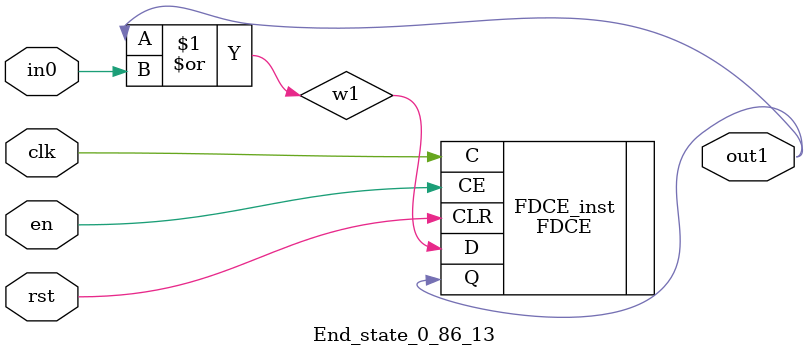
<source format=v>
module engine_0_86(out,clk,sod,en, in_25, in_49, in_56, in_122, in_129, in_130, in_131);
//pcre: /\/%2E%2E(\\|%5C)\//
//block char: \x2F[8], E[0], 2[0], 5[0], \x5C[8], %[0], C[0], 

	input clk,sod,en;

	input in_25, in_49, in_56, in_122, in_129, in_130, in_131;
	output out;

	assign w0 = 1'b1;
	state_0_86_1 BlockState_0_86_1 (w1,in_25,clk,en,sod,w0);
	state_0_86_2 BlockState_0_86_2 (w2,in_130,clk,en,sod,w1);
	state_0_86_3 BlockState_0_86_3 (w3,in_56,clk,en,sod,w2);
	state_0_86_4 BlockState_0_86_4 (w4,in_49,clk,en,sod,w3);
	state_0_86_5 BlockState_0_86_5 (w5,in_130,clk,en,sod,w4);
	state_0_86_6 BlockState_0_86_6 (w6,in_56,clk,en,sod,w5);
	state_0_86_7 BlockState_0_86_7 (w7,in_49,clk,en,sod,w6);
	state_0_86_8 BlockState_0_86_8 (w8,in_129,clk,en,sod,w7);
	state_0_86_9 BlockState_0_86_9 (w9,in_130,clk,en,sod,w7);
	state_0_86_10 BlockState_0_86_10 (w10,in_122,clk,en,sod,w9);
	state_0_86_11 BlockState_0_86_11 (w11,in_131,clk,en,sod,w10);
	state_0_86_12 BlockState_0_86_12 (w12,in_25,clk,en,sod,w8,w11);
	End_state_0_86_13 BlockState_0_86_13 (out,clk,en,sod,w12);
endmodule

module state_0_86_1(out1,in_char,clk,en,rst,in0);
	input in_char,clk,en,rst,in0;
	output out1;
	wire w1,w2;
	assign w1 = in0; 
	and(w2,in_char,w1);
	FDCE #(.INIT(1'b0)) FDCE_inst (
		.Q(out1),
		.C(clk),
		.CE(en),
		.CLR(rst),
		.D(w2)
);
endmodule

module state_0_86_2(out1,in_char,clk,en,rst,in0);
	input in_char,clk,en,rst,in0;
	output out1;
	wire w1,w2;
	assign w1 = in0; 
	and(w2,in_char,w1);
	FDCE #(.INIT(1'b0)) FDCE_inst (
		.Q(out1),
		.C(clk),
		.CE(en),
		.CLR(rst),
		.D(w2)
);
endmodule

module state_0_86_3(out1,in_char,clk,en,rst,in0);
	input in_char,clk,en,rst,in0;
	output out1;
	wire w1,w2;
	assign w1 = in0; 
	and(w2,in_char,w1);
	FDCE #(.INIT(1'b0)) FDCE_inst (
		.Q(out1),
		.C(clk),
		.CE(en),
		.CLR(rst),
		.D(w2)
);
endmodule

module state_0_86_4(out1,in_char,clk,en,rst,in0);
	input in_char,clk,en,rst,in0;
	output out1;
	wire w1,w2;
	assign w1 = in0; 
	and(w2,in_char,w1);
	FDCE #(.INIT(1'b0)) FDCE_inst (
		.Q(out1),
		.C(clk),
		.CE(en),
		.CLR(rst),
		.D(w2)
);
endmodule

module state_0_86_5(out1,in_char,clk,en,rst,in0);
	input in_char,clk,en,rst,in0;
	output out1;
	wire w1,w2;
	assign w1 = in0; 
	and(w2,in_char,w1);
	FDCE #(.INIT(1'b0)) FDCE_inst (
		.Q(out1),
		.C(clk),
		.CE(en),
		.CLR(rst),
		.D(w2)
);
endmodule

module state_0_86_6(out1,in_char,clk,en,rst,in0);
	input in_char,clk,en,rst,in0;
	output out1;
	wire w1,w2;
	assign w1 = in0; 
	and(w2,in_char,w1);
	FDCE #(.INIT(1'b0)) FDCE_inst (
		.Q(out1),
		.C(clk),
		.CE(en),
		.CLR(rst),
		.D(w2)
);
endmodule

module state_0_86_7(out1,in_char,clk,en,rst,in0);
	input in_char,clk,en,rst,in0;
	output out1;
	wire w1,w2;
	assign w1 = in0; 
	and(w2,in_char,w1);
	FDCE #(.INIT(1'b0)) FDCE_inst (
		.Q(out1),
		.C(clk),
		.CE(en),
		.CLR(rst),
		.D(w2)
);
endmodule

module state_0_86_8(out1,in_char,clk,en,rst,in0);
	input in_char,clk,en,rst,in0;
	output out1;
	wire w1,w2;
	assign w1 = in0; 
	and(w2,in_char,w1);
	FDCE #(.INIT(1'b0)) FDCE_inst (
		.Q(out1),
		.C(clk),
		.CE(en),
		.CLR(rst),
		.D(w2)
);
endmodule

module state_0_86_9(out1,in_char,clk,en,rst,in0);
	input in_char,clk,en,rst,in0;
	output out1;
	wire w1,w2;
	assign w1 = in0; 
	and(w2,in_char,w1);
	FDCE #(.INIT(1'b0)) FDCE_inst (
		.Q(out1),
		.C(clk),
		.CE(en),
		.CLR(rst),
		.D(w2)
);
endmodule

module state_0_86_10(out1,in_char,clk,en,rst,in0);
	input in_char,clk,en,rst,in0;
	output out1;
	wire w1,w2;
	assign w1 = in0; 
	and(w2,in_char,w1);
	FDCE #(.INIT(1'b0)) FDCE_inst (
		.Q(out1),
		.C(clk),
		.CE(en),
		.CLR(rst),
		.D(w2)
);
endmodule

module state_0_86_11(out1,in_char,clk,en,rst,in0);
	input in_char,clk,en,rst,in0;
	output out1;
	wire w1,w2;
	assign w1 = in0; 
	and(w2,in_char,w1);
	FDCE #(.INIT(1'b0)) FDCE_inst (
		.Q(out1),
		.C(clk),
		.CE(en),
		.CLR(rst),
		.D(w2)
);
endmodule

module state_0_86_12(out1,in_char,clk,en,rst,in0,in1);
	input in_char,clk,en,rst,in0,in1;
	output out1;
	wire w1,w2;
	or(w1,in0,in1);
	and(w2,in_char,w1);
	FDCE #(.INIT(1'b0)) FDCE_inst (
		.Q(out1),
		.C(clk),
		.CE(en),
		.CLR(rst),
		.D(w2)
);
endmodule

module End_state_0_86_13(out1,clk,en,rst,in0);
	input clk,rst,en,in0;
	output out1;
	wire w1;
	or(w1,out1,in0);
	FDCE #(.INIT(1'b0)) FDCE_inst (
		.Q(out1),
		.C(clk),
		.CE(en),
		.CLR(rst),
		.D(w1)
);
endmodule


</source>
